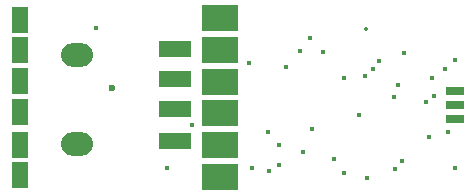
<source format=gbr>
G04 #@! TF.FileFunction,Soldermask,Bot*
%FSLAX46Y46*%
G04 Gerber Fmt 4.6, Leading zero omitted, Abs format (unit mm)*
G04 Created by KiCad (PCBNEW 4.0.2-stable) date 2016-05-09 23:30:04*
%MOMM*%
G01*
G04 APERTURE LIST*
%ADD10C,0.020000*%
%ADD11R,2.800000X1.400000*%
%ADD12O,2.700000X2.000000*%
%ADD13R,1.524000X0.800000*%
%ADD14R,2.830000X1.400000*%
%ADD15R,1.400000X2.200000*%
%ADD16C,0.400000*%
%ADD17C,0.600000*%
%ADD18C,0.350000*%
G04 APERTURE END LIST*
D10*
D11*
X47600000Y-173650000D03*
D12*
X39350000Y-166350000D03*
X39350000Y-173900000D03*
D10*
G36*
X52900000Y-169700000D02*
X49900000Y-169700000D01*
X49900000Y-167500000D01*
X52900000Y-167500000D01*
X52900000Y-169700000D01*
X52900000Y-169700000D01*
G37*
G36*
X52900000Y-167000000D02*
X49900000Y-167000000D01*
X49900000Y-164800000D01*
X52900000Y-164800000D01*
X52900000Y-167000000D01*
X52900000Y-167000000D01*
G37*
G36*
X52900000Y-164300000D02*
X49900000Y-164300000D01*
X49900000Y-162100000D01*
X52900000Y-162100000D01*
X52900000Y-164300000D01*
X52900000Y-164300000D01*
G37*
G36*
X49900000Y-170200000D02*
X52900000Y-170200000D01*
X52900000Y-172400000D01*
X49900000Y-172400000D01*
X49900000Y-170200000D01*
X49900000Y-170200000D01*
G37*
G36*
X52900000Y-175100000D02*
X49900000Y-175100000D01*
X49900000Y-172900000D01*
X52900000Y-172900000D01*
X52900000Y-175100000D01*
X52900000Y-175100000D01*
G37*
G36*
X52900000Y-177800000D02*
X49900000Y-177800000D01*
X49900000Y-175600000D01*
X52900000Y-175600000D01*
X52900000Y-177800000D01*
X52900000Y-177800000D01*
G37*
D13*
X71300000Y-169400000D03*
X71300000Y-170600000D03*
X71300000Y-171800000D03*
D11*
X47600000Y-165800000D03*
X47600000Y-168400000D03*
D14*
X47600000Y-170950000D03*
D15*
X34450000Y-171150000D03*
X34450000Y-173950000D03*
X34450000Y-176550000D03*
X34450000Y-168550000D03*
X34450000Y-163350000D03*
X34450000Y-165900000D03*
D16*
X50450000Y-174300000D03*
X34700000Y-165950000D03*
X64900000Y-166900000D03*
X56450000Y-175700000D03*
X59000000Y-164900000D03*
X54100000Y-175900000D03*
X71300000Y-166800000D03*
X61900000Y-168300000D03*
X60100000Y-166100000D03*
X70450000Y-167500000D03*
D17*
X42250000Y-169150000D03*
D16*
X49050000Y-172250000D03*
X71350000Y-175900000D03*
D18*
X63750000Y-164150000D03*
D16*
X47600000Y-165800000D03*
X69150000Y-173300000D03*
X69350000Y-168300000D03*
X57000000Y-167400000D03*
X59200000Y-172600000D03*
X47650000Y-168200000D03*
X66200000Y-176000000D03*
X61900000Y-176300000D03*
X69500000Y-169800000D03*
X63150000Y-171400000D03*
X61100000Y-175150000D03*
X58450000Y-174600000D03*
X56400000Y-174000000D03*
X47600000Y-170950000D03*
X46900000Y-175900000D03*
X34700000Y-171250000D03*
X55500000Y-172900000D03*
X34700000Y-173950000D03*
X53900000Y-167000000D03*
X66150000Y-169900000D03*
X63900000Y-176750000D03*
X40900000Y-164050000D03*
X55600000Y-176200000D03*
X34650000Y-168400000D03*
X63700000Y-168100000D03*
X34700000Y-176550000D03*
X66850000Y-175300000D03*
X58200000Y-166000000D03*
X70700000Y-172900000D03*
X66500000Y-168900000D03*
X68900000Y-170300000D03*
X67000000Y-166200000D03*
X64350000Y-167500000D03*
M02*

</source>
